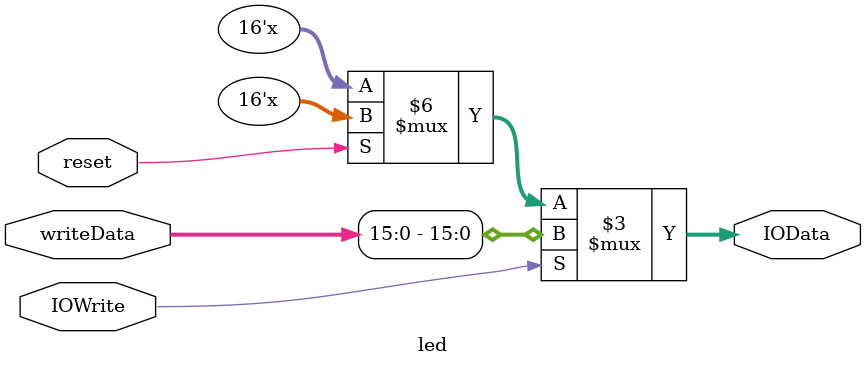
<source format=v>
`timescale 1ns / 1ps


module led(reset,IOWrite,writeData,IOData);
input reset;
input IOWrite;
input [31:0] writeData;
output reg [15:0] IOData;

always @* begin
    if(reset)
        IOData = 16'bZZZZZZZZ;
    if(IOWrite)
        IOData = writeData[15:0];
    else
        IOData = IOData;
end
endmodule

</source>
